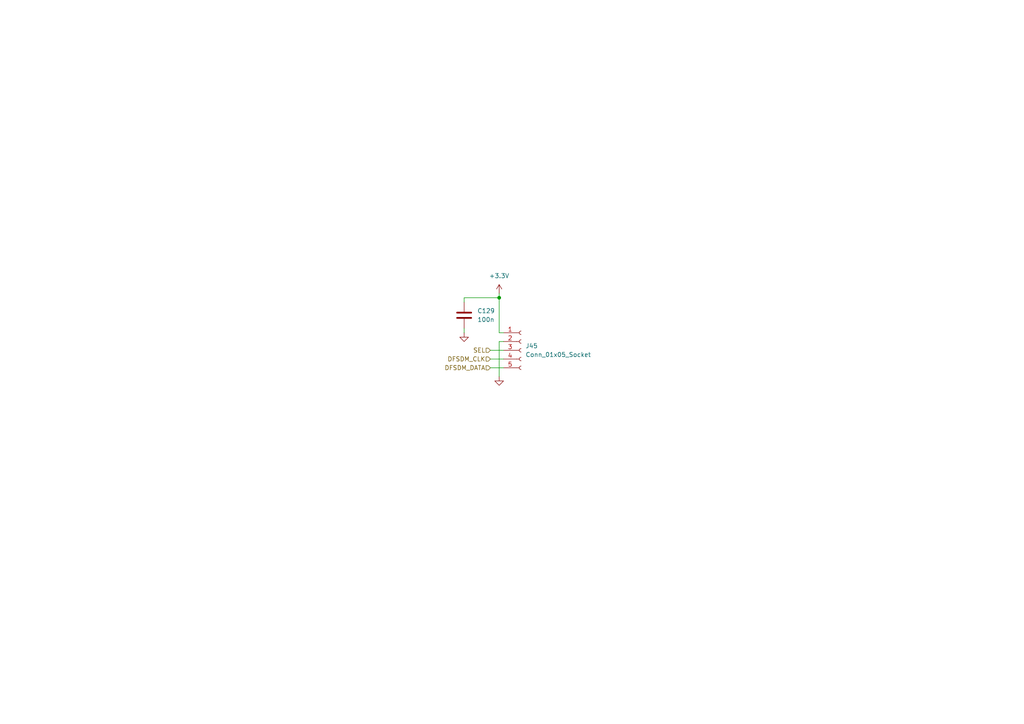
<source format=kicad_sch>
(kicad_sch
	(version 20250114)
	(generator "eeschema")
	(generator_version "9.0")
	(uuid "ccb527b2-d3d5-49fc-857f-3925a9183244")
	(paper "A4")
	(lib_symbols
		(symbol "Connector:Conn_01x05_Socket"
			(pin_names
				(offset 1.016)
				(hide yes)
			)
			(exclude_from_sim no)
			(in_bom yes)
			(on_board yes)
			(property "Reference" "J"
				(at 0 7.62 0)
				(effects
					(font
						(size 1.27 1.27)
					)
				)
			)
			(property "Value" "Conn_01x05_Socket"
				(at 0 -7.62 0)
				(effects
					(font
						(size 1.27 1.27)
					)
				)
			)
			(property "Footprint" ""
				(at 0 0 0)
				(effects
					(font
						(size 1.27 1.27)
					)
					(hide yes)
				)
			)
			(property "Datasheet" "~"
				(at 0 0 0)
				(effects
					(font
						(size 1.27 1.27)
					)
					(hide yes)
				)
			)
			(property "Description" "Generic connector, single row, 01x05, script generated"
				(at 0 0 0)
				(effects
					(font
						(size 1.27 1.27)
					)
					(hide yes)
				)
			)
			(property "ki_locked" ""
				(at 0 0 0)
				(effects
					(font
						(size 1.27 1.27)
					)
				)
			)
			(property "ki_keywords" "connector"
				(at 0 0 0)
				(effects
					(font
						(size 1.27 1.27)
					)
					(hide yes)
				)
			)
			(property "ki_fp_filters" "Connector*:*_1x??_*"
				(at 0 0 0)
				(effects
					(font
						(size 1.27 1.27)
					)
					(hide yes)
				)
			)
			(symbol "Conn_01x05_Socket_1_1"
				(polyline
					(pts
						(xy -1.27 5.08) (xy -0.508 5.08)
					)
					(stroke
						(width 0.1524)
						(type default)
					)
					(fill
						(type none)
					)
				)
				(polyline
					(pts
						(xy -1.27 2.54) (xy -0.508 2.54)
					)
					(stroke
						(width 0.1524)
						(type default)
					)
					(fill
						(type none)
					)
				)
				(polyline
					(pts
						(xy -1.27 0) (xy -0.508 0)
					)
					(stroke
						(width 0.1524)
						(type default)
					)
					(fill
						(type none)
					)
				)
				(polyline
					(pts
						(xy -1.27 -2.54) (xy -0.508 -2.54)
					)
					(stroke
						(width 0.1524)
						(type default)
					)
					(fill
						(type none)
					)
				)
				(polyline
					(pts
						(xy -1.27 -5.08) (xy -0.508 -5.08)
					)
					(stroke
						(width 0.1524)
						(type default)
					)
					(fill
						(type none)
					)
				)
				(arc
					(start 0 4.572)
					(mid -0.5058 5.08)
					(end 0 5.588)
					(stroke
						(width 0.1524)
						(type default)
					)
					(fill
						(type none)
					)
				)
				(arc
					(start 0 2.032)
					(mid -0.5058 2.54)
					(end 0 3.048)
					(stroke
						(width 0.1524)
						(type default)
					)
					(fill
						(type none)
					)
				)
				(arc
					(start 0 -0.508)
					(mid -0.5058 0)
					(end 0 0.508)
					(stroke
						(width 0.1524)
						(type default)
					)
					(fill
						(type none)
					)
				)
				(arc
					(start 0 -3.048)
					(mid -0.5058 -2.54)
					(end 0 -2.032)
					(stroke
						(width 0.1524)
						(type default)
					)
					(fill
						(type none)
					)
				)
				(arc
					(start 0 -5.588)
					(mid -0.5058 -5.08)
					(end 0 -4.572)
					(stroke
						(width 0.1524)
						(type default)
					)
					(fill
						(type none)
					)
				)
				(pin passive line
					(at -5.08 5.08 0)
					(length 3.81)
					(name "Pin_1"
						(effects
							(font
								(size 1.27 1.27)
							)
						)
					)
					(number "1"
						(effects
							(font
								(size 1.27 1.27)
							)
						)
					)
				)
				(pin passive line
					(at -5.08 2.54 0)
					(length 3.81)
					(name "Pin_2"
						(effects
							(font
								(size 1.27 1.27)
							)
						)
					)
					(number "2"
						(effects
							(font
								(size 1.27 1.27)
							)
						)
					)
				)
				(pin passive line
					(at -5.08 0 0)
					(length 3.81)
					(name "Pin_3"
						(effects
							(font
								(size 1.27 1.27)
							)
						)
					)
					(number "3"
						(effects
							(font
								(size 1.27 1.27)
							)
						)
					)
				)
				(pin passive line
					(at -5.08 -2.54 0)
					(length 3.81)
					(name "Pin_4"
						(effects
							(font
								(size 1.27 1.27)
							)
						)
					)
					(number "4"
						(effects
							(font
								(size 1.27 1.27)
							)
						)
					)
				)
				(pin passive line
					(at -5.08 -5.08 0)
					(length 3.81)
					(name "Pin_5"
						(effects
							(font
								(size 1.27 1.27)
							)
						)
					)
					(number "5"
						(effects
							(font
								(size 1.27 1.27)
							)
						)
					)
				)
			)
			(embedded_fonts no)
		)
		(symbol "Device:C"
			(pin_numbers
				(hide yes)
			)
			(pin_names
				(offset 0.254)
			)
			(exclude_from_sim no)
			(in_bom yes)
			(on_board yes)
			(property "Reference" "C"
				(at 0.635 2.54 0)
				(effects
					(font
						(size 1.27 1.27)
					)
					(justify left)
				)
			)
			(property "Value" "C"
				(at 0.635 -2.54 0)
				(effects
					(font
						(size 1.27 1.27)
					)
					(justify left)
				)
			)
			(property "Footprint" ""
				(at 0.9652 -3.81 0)
				(effects
					(font
						(size 1.27 1.27)
					)
					(hide yes)
				)
			)
			(property "Datasheet" "~"
				(at 0 0 0)
				(effects
					(font
						(size 1.27 1.27)
					)
					(hide yes)
				)
			)
			(property "Description" "Unpolarized capacitor"
				(at 0 0 0)
				(effects
					(font
						(size 1.27 1.27)
					)
					(hide yes)
				)
			)
			(property "ki_keywords" "cap capacitor"
				(at 0 0 0)
				(effects
					(font
						(size 1.27 1.27)
					)
					(hide yes)
				)
			)
			(property "ki_fp_filters" "C_*"
				(at 0 0 0)
				(effects
					(font
						(size 1.27 1.27)
					)
					(hide yes)
				)
			)
			(symbol "C_0_1"
				(polyline
					(pts
						(xy -2.032 0.762) (xy 2.032 0.762)
					)
					(stroke
						(width 0.508)
						(type default)
					)
					(fill
						(type none)
					)
				)
				(polyline
					(pts
						(xy -2.032 -0.762) (xy 2.032 -0.762)
					)
					(stroke
						(width 0.508)
						(type default)
					)
					(fill
						(type none)
					)
				)
			)
			(symbol "C_1_1"
				(pin passive line
					(at 0 3.81 270)
					(length 2.794)
					(name "~"
						(effects
							(font
								(size 1.27 1.27)
							)
						)
					)
					(number "1"
						(effects
							(font
								(size 1.27 1.27)
							)
						)
					)
				)
				(pin passive line
					(at 0 -3.81 90)
					(length 2.794)
					(name "~"
						(effects
							(font
								(size 1.27 1.27)
							)
						)
					)
					(number "2"
						(effects
							(font
								(size 1.27 1.27)
							)
						)
					)
				)
			)
			(embedded_fonts no)
		)
		(symbol "power:+3.3V"
			(power)
			(pin_numbers
				(hide yes)
			)
			(pin_names
				(offset 0)
				(hide yes)
			)
			(exclude_from_sim no)
			(in_bom yes)
			(on_board yes)
			(property "Reference" "#PWR"
				(at 0 -3.81 0)
				(effects
					(font
						(size 1.27 1.27)
					)
					(hide yes)
				)
			)
			(property "Value" "+3.3V"
				(at 0 3.556 0)
				(effects
					(font
						(size 1.27 1.27)
					)
				)
			)
			(property "Footprint" ""
				(at 0 0 0)
				(effects
					(font
						(size 1.27 1.27)
					)
					(hide yes)
				)
			)
			(property "Datasheet" ""
				(at 0 0 0)
				(effects
					(font
						(size 1.27 1.27)
					)
					(hide yes)
				)
			)
			(property "Description" "Power symbol creates a global label with name \"+3.3V\""
				(at 0 0 0)
				(effects
					(font
						(size 1.27 1.27)
					)
					(hide yes)
				)
			)
			(property "ki_keywords" "global power"
				(at 0 0 0)
				(effects
					(font
						(size 1.27 1.27)
					)
					(hide yes)
				)
			)
			(symbol "+3.3V_0_1"
				(polyline
					(pts
						(xy -0.762 1.27) (xy 0 2.54)
					)
					(stroke
						(width 0)
						(type default)
					)
					(fill
						(type none)
					)
				)
				(polyline
					(pts
						(xy 0 2.54) (xy 0.762 1.27)
					)
					(stroke
						(width 0)
						(type default)
					)
					(fill
						(type none)
					)
				)
				(polyline
					(pts
						(xy 0 0) (xy 0 2.54)
					)
					(stroke
						(width 0)
						(type default)
					)
					(fill
						(type none)
					)
				)
			)
			(symbol "+3.3V_1_1"
				(pin power_in line
					(at 0 0 90)
					(length 0)
					(name "~"
						(effects
							(font
								(size 1.27 1.27)
							)
						)
					)
					(number "1"
						(effects
							(font
								(size 1.27 1.27)
							)
						)
					)
				)
			)
			(embedded_fonts no)
		)
		(symbol "power:GND"
			(power)
			(pin_numbers
				(hide yes)
			)
			(pin_names
				(offset 0)
				(hide yes)
			)
			(exclude_from_sim no)
			(in_bom yes)
			(on_board yes)
			(property "Reference" "#PWR"
				(at 0 -6.35 0)
				(effects
					(font
						(size 1.27 1.27)
					)
					(hide yes)
				)
			)
			(property "Value" "GND"
				(at 0 -3.81 0)
				(effects
					(font
						(size 1.27 1.27)
					)
				)
			)
			(property "Footprint" ""
				(at 0 0 0)
				(effects
					(font
						(size 1.27 1.27)
					)
					(hide yes)
				)
			)
			(property "Datasheet" ""
				(at 0 0 0)
				(effects
					(font
						(size 1.27 1.27)
					)
					(hide yes)
				)
			)
			(property "Description" "Power symbol creates a global label with name \"GND\" , ground"
				(at 0 0 0)
				(effects
					(font
						(size 1.27 1.27)
					)
					(hide yes)
				)
			)
			(property "ki_keywords" "global power"
				(at 0 0 0)
				(effects
					(font
						(size 1.27 1.27)
					)
					(hide yes)
				)
			)
			(symbol "GND_0_1"
				(polyline
					(pts
						(xy 0 0) (xy 0 -1.27) (xy 1.27 -1.27) (xy 0 -2.54) (xy -1.27 -1.27) (xy 0 -1.27)
					)
					(stroke
						(width 0)
						(type default)
					)
					(fill
						(type none)
					)
				)
			)
			(symbol "GND_1_1"
				(pin power_in line
					(at 0 0 270)
					(length 0)
					(name "~"
						(effects
							(font
								(size 1.27 1.27)
							)
						)
					)
					(number "1"
						(effects
							(font
								(size 1.27 1.27)
							)
						)
					)
				)
			)
			(embedded_fonts no)
		)
	)
	(junction
		(at 144.78 86.36)
		(diameter 0)
		(color 0 0 0 0)
		(uuid "5328d2c6-28a8-4491-b1aa-f34d6a4c8241")
	)
	(wire
		(pts
			(xy 144.78 85.09) (xy 144.78 86.36)
		)
		(stroke
			(width 0)
			(type default)
		)
		(uuid "044f00aa-3500-43a8-820d-b592f0077dbc")
	)
	(wire
		(pts
			(xy 142.24 106.68) (xy 146.05 106.68)
		)
		(stroke
			(width 0)
			(type default)
		)
		(uuid "0b0312ad-da35-4abe-ac05-355cce9bf465")
	)
	(wire
		(pts
			(xy 134.62 87.63) (xy 134.62 86.36)
		)
		(stroke
			(width 0)
			(type default)
		)
		(uuid "2b38e1de-ac7e-4711-a3d0-0d6b9f389f21")
	)
	(wire
		(pts
			(xy 134.62 86.36) (xy 144.78 86.36)
		)
		(stroke
			(width 0)
			(type default)
		)
		(uuid "50d251f7-6060-48fd-8a0d-8487020f4d70")
	)
	(wire
		(pts
			(xy 144.78 96.52) (xy 146.05 96.52)
		)
		(stroke
			(width 0)
			(type default)
		)
		(uuid "59e94fa9-e544-4a03-abf5-8d853f9f933a")
	)
	(wire
		(pts
			(xy 142.24 104.14) (xy 146.05 104.14)
		)
		(stroke
			(width 0)
			(type default)
		)
		(uuid "5c1e14d4-3efa-4b9b-a382-f41097557d97")
	)
	(wire
		(pts
			(xy 142.24 101.6) (xy 146.05 101.6)
		)
		(stroke
			(width 0)
			(type default)
		)
		(uuid "6b9df141-f7c0-4360-9866-1fe6755cdefa")
	)
	(wire
		(pts
			(xy 144.78 99.06) (xy 146.05 99.06)
		)
		(stroke
			(width 0)
			(type default)
		)
		(uuid "bc59a68a-2980-4527-b47b-a44e1dfb3026")
	)
	(wire
		(pts
			(xy 134.62 95.25) (xy 134.62 96.52)
		)
		(stroke
			(width 0)
			(type default)
		)
		(uuid "c87e8cae-3894-4d49-8e0d-98b5e454d785")
	)
	(wire
		(pts
			(xy 144.78 109.22) (xy 144.78 99.06)
		)
		(stroke
			(width 0)
			(type default)
		)
		(uuid "cd60bc96-1297-4b12-9b57-087d120a1a4d")
	)
	(wire
		(pts
			(xy 144.78 86.36) (xy 144.78 96.52)
		)
		(stroke
			(width 0)
			(type default)
		)
		(uuid "f11f015f-cb63-4296-a251-f890c27431eb")
	)
	(hierarchical_label "SEL"
		(shape input)
		(at 142.24 101.6 180)
		(effects
			(font
				(size 1.27 1.27)
			)
			(justify right)
		)
		(uuid "3365eb09-37ff-4aa8-8bb4-2df68d873e91")
	)
	(hierarchical_label "DFSDM_CLK"
		(shape input)
		(at 142.24 104.14 180)
		(effects
			(font
				(size 1.27 1.27)
			)
			(justify right)
		)
		(uuid "aa532fcb-699d-4c6c-9ddb-803015f62840")
	)
	(hierarchical_label "DFSDM_DATA"
		(shape input)
		(at 142.24 106.68 180)
		(effects
			(font
				(size 1.27 1.27)
			)
			(justify right)
		)
		(uuid "c01b2940-7ba8-4a49-9654-b9aa29704f03")
	)
	(symbol
		(lib_id "Connector:Conn_01x05_Socket")
		(at 151.13 101.6 0)
		(unit 1)
		(exclude_from_sim no)
		(in_bom yes)
		(on_board yes)
		(dnp no)
		(fields_autoplaced yes)
		(uuid "2e9c3a1a-6190-40a1-ace6-79168ae8b872")
		(property "Reference" "J45"
			(at 152.4 100.3299 0)
			(effects
				(font
					(size 1.27 1.27)
				)
				(justify left)
			)
		)
		(property "Value" "Conn_01x05_Socket"
			(at 152.4 102.8699 0)
			(effects
				(font
					(size 1.27 1.27)
				)
				(justify left)
			)
		)
		(property "Footprint" "Connector_JST:JST_PH_B5B-PH-K_1x05_P2.00mm_Vertical"
			(at 151.13 101.6 0)
			(effects
				(font
					(size 1.27 1.27)
				)
				(hide yes)
			)
		)
		(property "Datasheet" "~"
			(at 151.13 101.6 0)
			(effects
				(font
					(size 1.27 1.27)
				)
				(hide yes)
			)
		)
		(property "Description" "Generic connector, single row, 01x05, script generated"
			(at 151.13 101.6 0)
			(effects
				(font
					(size 1.27 1.27)
				)
				(hide yes)
			)
		)
		(pin "5"
			(uuid "9cef7f35-102e-4526-b839-fdb47b210622")
		)
		(pin "3"
			(uuid "1f18d79e-e272-4c9c-b15f-fe43afd08129")
		)
		(pin "4"
			(uuid "5a4f9cf2-fa8d-42b8-8611-16960d5af903")
		)
		(pin "1"
			(uuid "e278eac2-ca95-4c41-ad6c-7d0c985efc16")
		)
		(pin "2"
			(uuid "9fb067a3-01a5-4d4a-b90b-336d6d1c6a7b")
		)
		(instances
			(project ""
				(path "/519cd8d4-bb93-4bd2-8d6d-fc5bc7100516/5f04e582-1c76-4af4-9fec-9623d8466e80"
					(reference "J45")
					(unit 1)
				)
			)
		)
	)
	(symbol
		(lib_id "power:GND")
		(at 134.62 96.52 0)
		(unit 1)
		(exclude_from_sim no)
		(in_bom yes)
		(on_board yes)
		(dnp no)
		(fields_autoplaced yes)
		(uuid "84553576-3e76-4903-97ee-41c90dfa2fa1")
		(property "Reference" "#PWR0246"
			(at 134.62 102.87 0)
			(effects
				(font
					(size 1.27 1.27)
				)
				(hide yes)
			)
		)
		(property "Value" "GND"
			(at 134.62 101.6 0)
			(effects
				(font
					(size 1.27 1.27)
				)
				(hide yes)
			)
		)
		(property "Footprint" ""
			(at 134.62 96.52 0)
			(effects
				(font
					(size 1.27 1.27)
				)
				(hide yes)
			)
		)
		(property "Datasheet" ""
			(at 134.62 96.52 0)
			(effects
				(font
					(size 1.27 1.27)
				)
				(hide yes)
			)
		)
		(property "Description" "Power symbol creates a global label with name \"GND\" , ground"
			(at 134.62 96.52 0)
			(effects
				(font
					(size 1.27 1.27)
				)
				(hide yes)
			)
		)
		(pin "1"
			(uuid "aaf5abdc-cd1d-46a7-80e3-b44690df9734")
		)
		(instances
			(project "Input_Eve_V1.0"
				(path "/519cd8d4-bb93-4bd2-8d6d-fc5bc7100516/5f04e582-1c76-4af4-9fec-9623d8466e80"
					(reference "#PWR0246")
					(unit 1)
				)
			)
		)
	)
	(symbol
		(lib_id "power:GND")
		(at 144.78 109.22 0)
		(unit 1)
		(exclude_from_sim no)
		(in_bom yes)
		(on_board yes)
		(dnp no)
		(fields_autoplaced yes)
		(uuid "abb699b2-5d38-49c9-a43f-1a35321bb341")
		(property "Reference" "#PWR0245"
			(at 144.78 115.57 0)
			(effects
				(font
					(size 1.27 1.27)
				)
				(hide yes)
			)
		)
		(property "Value" "GND"
			(at 144.78 114.3 0)
			(effects
				(font
					(size 1.27 1.27)
				)
				(hide yes)
			)
		)
		(property "Footprint" ""
			(at 144.78 109.22 0)
			(effects
				(font
					(size 1.27 1.27)
				)
				(hide yes)
			)
		)
		(property "Datasheet" ""
			(at 144.78 109.22 0)
			(effects
				(font
					(size 1.27 1.27)
				)
				(hide yes)
			)
		)
		(property "Description" "Power symbol creates a global label with name \"GND\" , ground"
			(at 144.78 109.22 0)
			(effects
				(font
					(size 1.27 1.27)
				)
				(hide yes)
			)
		)
		(pin "1"
			(uuid "3e3408ee-0476-48bf-99be-89f6a2a16e29")
		)
		(instances
			(project ""
				(path "/519cd8d4-bb93-4bd2-8d6d-fc5bc7100516/5f04e582-1c76-4af4-9fec-9623d8466e80"
					(reference "#PWR0245")
					(unit 1)
				)
			)
		)
	)
	(symbol
		(lib_id "Device:C")
		(at 134.62 91.44 0)
		(unit 1)
		(exclude_from_sim no)
		(in_bom yes)
		(on_board yes)
		(dnp no)
		(fields_autoplaced yes)
		(uuid "b25cc751-4770-4db1-91c3-b2f8c70ccd1f")
		(property "Reference" "C129"
			(at 138.43 90.1699 0)
			(effects
				(font
					(size 1.27 1.27)
				)
				(justify left)
			)
		)
		(property "Value" "100n"
			(at 138.43 92.7099 0)
			(effects
				(font
					(size 1.27 1.27)
				)
				(justify left)
			)
		)
		(property "Footprint" "Capacitor_SMD:C_0402_1005Metric"
			(at 135.5852 95.25 0)
			(effects
				(font
					(size 1.27 1.27)
				)
				(hide yes)
			)
		)
		(property "Datasheet" "~"
			(at 134.62 91.44 0)
			(effects
				(font
					(size 1.27 1.27)
				)
				(hide yes)
			)
		)
		(property "Description" "Unpolarized capacitor"
			(at 134.62 91.44 0)
			(effects
				(font
					(size 1.27 1.27)
				)
				(hide yes)
			)
		)
		(pin "1"
			(uuid "c7362c1c-7417-4b30-ba75-9e0d25d66f82")
		)
		(pin "2"
			(uuid "2e0f8f94-4467-4cc8-989f-34e98d8ec94f")
		)
		(instances
			(project "Input_Eve_V1.0"
				(path "/519cd8d4-bb93-4bd2-8d6d-fc5bc7100516/5f04e582-1c76-4af4-9fec-9623d8466e80"
					(reference "C129")
					(unit 1)
				)
			)
		)
	)
	(symbol
		(lib_id "power:+3.3V")
		(at 144.78 85.09 0)
		(unit 1)
		(exclude_from_sim no)
		(in_bom yes)
		(on_board yes)
		(dnp no)
		(fields_autoplaced yes)
		(uuid "f42bd94f-8bff-4f7d-8479-4b6e2fe4fc3a")
		(property "Reference" "#PWR0244"
			(at 144.78 88.9 0)
			(effects
				(font
					(size 1.27 1.27)
				)
				(hide yes)
			)
		)
		(property "Value" "+3.3V"
			(at 144.78 80.01 0)
			(effects
				(font
					(size 1.27 1.27)
				)
			)
		)
		(property "Footprint" ""
			(at 144.78 85.09 0)
			(effects
				(font
					(size 1.27 1.27)
				)
				(hide yes)
			)
		)
		(property "Datasheet" ""
			(at 144.78 85.09 0)
			(effects
				(font
					(size 1.27 1.27)
				)
				(hide yes)
			)
		)
		(property "Description" "Power symbol creates a global label with name \"+3.3V\""
			(at 144.78 85.09 0)
			(effects
				(font
					(size 1.27 1.27)
				)
				(hide yes)
			)
		)
		(pin "1"
			(uuid "f6335337-b0b7-4b82-9be4-5ff3219a43a2")
		)
		(instances
			(project ""
				(path "/519cd8d4-bb93-4bd2-8d6d-fc5bc7100516/5f04e582-1c76-4af4-9fec-9623d8466e80"
					(reference "#PWR0244")
					(unit 1)
				)
			)
		)
	)
)

</source>
